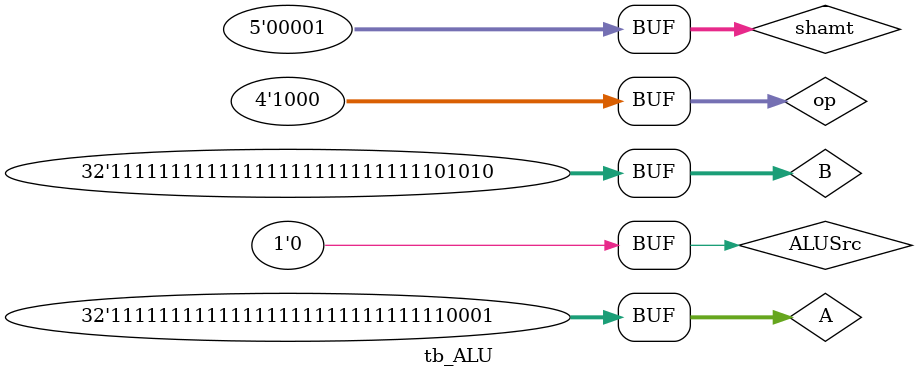
<source format=v>
module tb_ALU();
	reg [31:0] A,B;
	reg [3:0] op;
	reg [4:0] shamt;
	wire [31:0] Result;
	wire overFlow;
	wire zero;
	reg ALUSrc;
	reg [31:0]ImmediateField;
	

	initial begin
		ALUSrc<=0;
		A<= -15;
		B<= -22;
		shamt <= 1;

		#50
		op = 0;
		$monitor("%d ADD %d is %d OVERFLOW = %1d", $signed(A), $signed(B), $signed(Result), overFlow);

		#50
		op = 1;
		$monitor("%d SUB %d is %d OVERFLOW = %1d", $signed(A), $signed(B), $signed(Result), overFlow);

		#50
		op = 2;
		$monitor("%b AND %b is %b", A, B, Result);

		#50
		op = 3;
		$monitor("%b OR  %b is %b", A, B, Result);

		#50
		op = 4;
		$monitor("SLL	%b by %d bits is %b", A, shamt, Result);

		#50
		op = 5;
		$monitor("SRL	%b by %d bits is %b", A, shamt, Result);

		#50
		op = 6;
		$monitor("SRA	%b by %d bits is %b", A, shamt, Result);

		#50
		op = 7;
		$monitor("%d IS Greater %d : %1d", $signed(A), $signed(B), Result);

		#50
		op = 8;
		$monitor("%d IS less    %d : %1d", $signed(A), $signed(B), Result);

	end
Execution Ex1(A,B,op,shamt,ALUSrc,ImmediateField,Result,zero,overFlow);

endmodule


</source>
